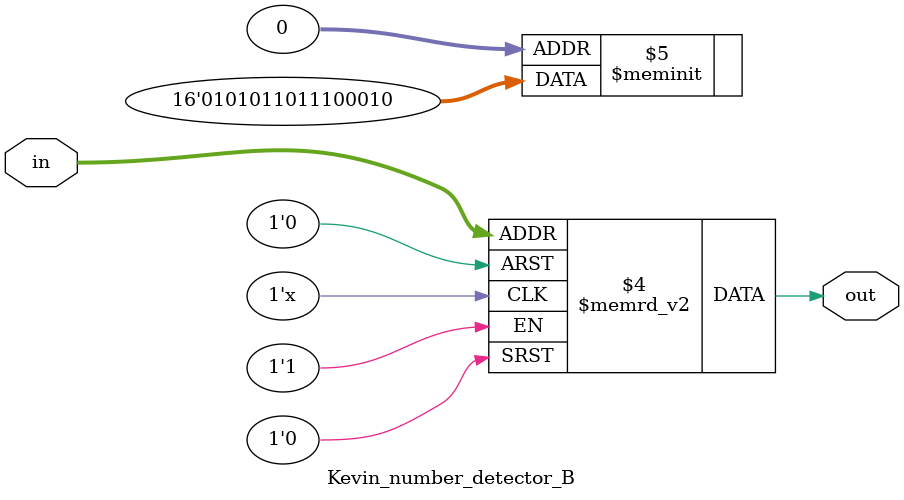
<source format=v>
module Kevin_number_detector_G(in, out);
	parameter n=4;

	input[n-1:0]in;
	output out;

	wire not_w, not_x, not_y, not_z;
	wire and0, and1, and2, and3, and4;

	not not_0(not_w, in[3]);
	not not_1(not_x, in[2]);
	not not_2(not_y, in[1]);
	not not_3(not_z, in[0]);

	and and_0(and0, in[3], in[2], not_z);
	and and_1(and1, in[3], in[1], not_z);
	and and_2(and2, not_w, in[2], in[1]);
	and and_3(and3, not_w, in[2], in[0]);
	and and_4(and4, not_x, not_y, in[0]);

	or or_0(out, and0, and1, and2, and3, and4);

endmodule


module Kevin_number_detector_D(in, out);
	parameter n=4;
	
	input[n-1:0]in;
	output out;

	assign out=(in[3]&in[2]&!in[0])|(in[3]&in[1]&!in[0])|(!in[3]&in[2]&in[1])|(!in[3]&in[2]&in[0])|(!in[2]&!in[1]&in[0]);

endmodule


module Kevin_number_detector_B(in, out);
	parameter n=4;

	input[n-1:0]in;
	output out;
	reg out;

	always@(*)begin
		case(in)
			1,5,6,7,9,10,12,14:begin
				out = 1'b1;
			end
			default:begin
				out = 1'b0;
			end
		endcase
	end

endmodule


</source>
